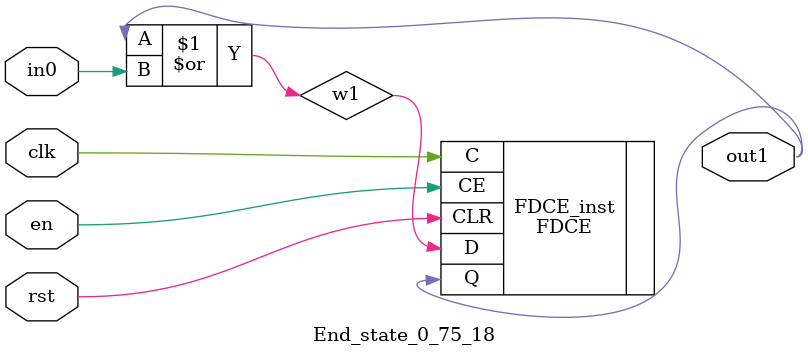
<source format=v>
module engine_0_75(out,clk,sod,en, in_0, in_1, in_4, in_7, in_8, in_9, in_12, in_15, in_18, in_27, in_29, in_30, in_36, in_41, in_65, in_109);
//pcre: /^Host\x3A\s+.*jaiku\x2Ecom/smiH
//block char: ^[9], \x20[8], O[0], I[0], S[0], H[0], \x2E[8], a[0], c[0], j[0], u[0], t[0], \x3A[8], M[0], K[0], .[7], 

	input clk,sod,en;

	input in_0, in_1, in_4, in_7, in_8, in_9, in_12, in_15, in_18, in_27, in_29, in_30, in_36, in_41, in_65, in_109;
	output out;

	assign w0 = 1'b1;
	state_0_75_1 BlockState_0_75_1 (w1,in_0,clk,en,sod,w0);
	state_0_75_2 BlockState_0_75_2 (w2,in_9,clk,en,sod,w1);
	state_0_75_3 BlockState_0_75_3 (w3,in_4,clk,en,sod,w2);
	state_0_75_4 BlockState_0_75_4 (w4,in_8,clk,en,sod,w3);
	state_0_75_5 BlockState_0_75_5 (w5,in_30,clk,en,sod,w4);
	state_0_75_6 BlockState_0_75_6 (w6,in_36,clk,en,sod,w5);
	state_0_75_7 BlockState_0_75_7 (w7,in_1,clk,en,sod,w7,w6);
	state_0_75_8 BlockState_0_75_8 (w8,in_109,clk,en,sod,w8,w7);
	state_0_75_9 BlockState_0_75_9 (w9,in_27,clk,en,sod,w7,w8);
	state_0_75_10 BlockState_0_75_10 (w10,in_15,clk,en,sod,w9);
	state_0_75_11 BlockState_0_75_11 (w11,in_7,clk,en,sod,w10);
	state_0_75_12 BlockState_0_75_12 (w12,in_65,clk,en,sod,w11);
	state_0_75_13 BlockState_0_75_13 (w13,in_29,clk,en,sod,w12);
	state_0_75_14 BlockState_0_75_14 (w14,in_12,clk,en,sod,w13);
	state_0_75_15 BlockState_0_75_15 (w15,in_18,clk,en,sod,w14);
	state_0_75_16 BlockState_0_75_16 (w16,in_4,clk,en,sod,w15);
	state_0_75_17 BlockState_0_75_17 (w17,in_41,clk,en,sod,w16);
	End_state_0_75_18 BlockState_0_75_18 (out,clk,en,sod,w17);
endmodule

module state_0_75_1(out1,in_char,clk,en,rst,in0);
	input in_char,clk,en,rst,in0;
	output out1;
	wire w1,w2;
	assign w1 = in0; 
	and(w2,in_char,w1);
	FDCE #(.INIT(1'b0)) FDCE_inst (
		.Q(out1),
		.C(clk),
		.CE(en),
		.CLR(rst),
		.D(w2)
);
endmodule

module state_0_75_2(out1,in_char,clk,en,rst,in0);
	input in_char,clk,en,rst,in0;
	output out1;
	wire w1,w2;
	assign w1 = in0; 
	and(w2,in_char,w1);
	FDCE #(.INIT(1'b0)) FDCE_inst (
		.Q(out1),
		.C(clk),
		.CE(en),
		.CLR(rst),
		.D(w2)
);
endmodule

module state_0_75_3(out1,in_char,clk,en,rst,in0);
	input in_char,clk,en,rst,in0;
	output out1;
	wire w1,w2;
	assign w1 = in0; 
	and(w2,in_char,w1);
	FDCE #(.INIT(1'b0)) FDCE_inst (
		.Q(out1),
		.C(clk),
		.CE(en),
		.CLR(rst),
		.D(w2)
);
endmodule

module state_0_75_4(out1,in_char,clk,en,rst,in0);
	input in_char,clk,en,rst,in0;
	output out1;
	wire w1,w2;
	assign w1 = in0; 
	and(w2,in_char,w1);
	FDCE #(.INIT(1'b0)) FDCE_inst (
		.Q(out1),
		.C(clk),
		.CE(en),
		.CLR(rst),
		.D(w2)
);
endmodule

module state_0_75_5(out1,in_char,clk,en,rst,in0);
	input in_char,clk,en,rst,in0;
	output out1;
	wire w1,w2;
	assign w1 = in0; 
	and(w2,in_char,w1);
	FDCE #(.INIT(1'b0)) FDCE_inst (
		.Q(out1),
		.C(clk),
		.CE(en),
		.CLR(rst),
		.D(w2)
);
endmodule

module state_0_75_6(out1,in_char,clk,en,rst,in0);
	input in_char,clk,en,rst,in0;
	output out1;
	wire w1,w2;
	assign w1 = in0; 
	and(w2,in_char,w1);
	FDCE #(.INIT(1'b0)) FDCE_inst (
		.Q(out1),
		.C(clk),
		.CE(en),
		.CLR(rst),
		.D(w2)
);
endmodule

module state_0_75_7(out1,in_char,clk,en,rst,in0,in1);
	input in_char,clk,en,rst,in0,in1;
	output out1;
	wire w1,w2;
	or(w1,in0,in1);
	and(w2,in_char,w1);
	FDCE #(.INIT(1'b0)) FDCE_inst (
		.Q(out1),
		.C(clk),
		.CE(en),
		.CLR(rst),
		.D(w2)
);
endmodule

module state_0_75_8(out1,in_char,clk,en,rst,in0,in1);
	input in_char,clk,en,rst,in0,in1;
	output out1;
	wire w1,w2;
	or(w1,in0,in1);
	and(w2,in_char,w1);
	FDCE #(.INIT(1'b0)) FDCE_inst (
		.Q(out1),
		.C(clk),
		.CE(en),
		.CLR(rst),
		.D(w2)
);
endmodule

module state_0_75_9(out1,in_char,clk,en,rst,in0,in1);
	input in_char,clk,en,rst,in0,in1;
	output out1;
	wire w1,w2;
	or(w1,in0,in1);
	and(w2,in_char,w1);
	FDCE #(.INIT(1'b0)) FDCE_inst (
		.Q(out1),
		.C(clk),
		.CE(en),
		.CLR(rst),
		.D(w2)
);
endmodule

module state_0_75_10(out1,in_char,clk,en,rst,in0);
	input in_char,clk,en,rst,in0;
	output out1;
	wire w1,w2;
	assign w1 = in0; 
	and(w2,in_char,w1);
	FDCE #(.INIT(1'b0)) FDCE_inst (
		.Q(out1),
		.C(clk),
		.CE(en),
		.CLR(rst),
		.D(w2)
);
endmodule

module state_0_75_11(out1,in_char,clk,en,rst,in0);
	input in_char,clk,en,rst,in0;
	output out1;
	wire w1,w2;
	assign w1 = in0; 
	and(w2,in_char,w1);
	FDCE #(.INIT(1'b0)) FDCE_inst (
		.Q(out1),
		.C(clk),
		.CE(en),
		.CLR(rst),
		.D(w2)
);
endmodule

module state_0_75_12(out1,in_char,clk,en,rst,in0);
	input in_char,clk,en,rst,in0;
	output out1;
	wire w1,w2;
	assign w1 = in0; 
	and(w2,in_char,w1);
	FDCE #(.INIT(1'b0)) FDCE_inst (
		.Q(out1),
		.C(clk),
		.CE(en),
		.CLR(rst),
		.D(w2)
);
endmodule

module state_0_75_13(out1,in_char,clk,en,rst,in0);
	input in_char,clk,en,rst,in0;
	output out1;
	wire w1,w2;
	assign w1 = in0; 
	and(w2,in_char,w1);
	FDCE #(.INIT(1'b0)) FDCE_inst (
		.Q(out1),
		.C(clk),
		.CE(en),
		.CLR(rst),
		.D(w2)
);
endmodule

module state_0_75_14(out1,in_char,clk,en,rst,in0);
	input in_char,clk,en,rst,in0;
	output out1;
	wire w1,w2;
	assign w1 = in0; 
	and(w2,in_char,w1);
	FDCE #(.INIT(1'b0)) FDCE_inst (
		.Q(out1),
		.C(clk),
		.CE(en),
		.CLR(rst),
		.D(w2)
);
endmodule

module state_0_75_15(out1,in_char,clk,en,rst,in0);
	input in_char,clk,en,rst,in0;
	output out1;
	wire w1,w2;
	assign w1 = in0; 
	and(w2,in_char,w1);
	FDCE #(.INIT(1'b0)) FDCE_inst (
		.Q(out1),
		.C(clk),
		.CE(en),
		.CLR(rst),
		.D(w2)
);
endmodule

module state_0_75_16(out1,in_char,clk,en,rst,in0);
	input in_char,clk,en,rst,in0;
	output out1;
	wire w1,w2;
	assign w1 = in0; 
	and(w2,in_char,w1);
	FDCE #(.INIT(1'b0)) FDCE_inst (
		.Q(out1),
		.C(clk),
		.CE(en),
		.CLR(rst),
		.D(w2)
);
endmodule

module state_0_75_17(out1,in_char,clk,en,rst,in0);
	input in_char,clk,en,rst,in0;
	output out1;
	wire w1,w2;
	assign w1 = in0; 
	and(w2,in_char,w1);
	FDCE #(.INIT(1'b0)) FDCE_inst (
		.Q(out1),
		.C(clk),
		.CE(en),
		.CLR(rst),
		.D(w2)
);
endmodule

module End_state_0_75_18(out1,clk,en,rst,in0);
	input clk,rst,en,in0;
	output out1;
	wire w1;
	or(w1,out1,in0);
	FDCE #(.INIT(1'b0)) FDCE_inst (
		.Q(out1),
		.C(clk),
		.CE(en),
		.CLR(rst),
		.D(w1)
);
endmodule


</source>
